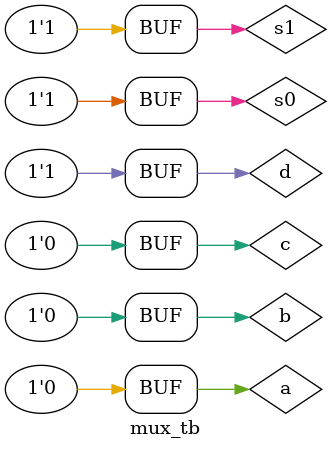
<source format=v>
`timescale 1ns / 1ps


module mux_tb;

	// Inputs
	reg s0;
	reg s1;
	reg a;
	reg b;
	reg c;
	reg d;

	// Outputs
	wire out;

	// Instantiate the Unit Under Test (UUT)
	mux_4_to_1 uut (
		.out(out), 
		.s0(s0), 
		.s1(s1), 
		.a(a), 
		.b(b), 
		.c(c), 
		.d(d)
	);

	initial begin
		// Initialize Inputs
		s0 = 0;
		s1 = 0;
		a = 1;
		b = 0;
		c = 0;
		d = 0;

		// Wait 100 ns for global reset to finish
		#100;
      
		s0 = 0;
		s1 = 1;
		a = 0;
		b = 1;
		c = 0;
		d = 0;

		// Wait 100 ns for global reset to finish
		#100;
		
		s0 = 1;
		s1 = 0;
		a = 0;
		b = 0;
		c = 1;
		d = 0;

		// Wait 100 ns for global reset to finish
		#100;
		
		s0 = 1;
		s1 = 1;
		a = 0;
		b = 0;
		c = 0;
		d = 1;

		// Wait 100 ns for global reset to finish
		#100;

	end
      
endmodule


</source>
